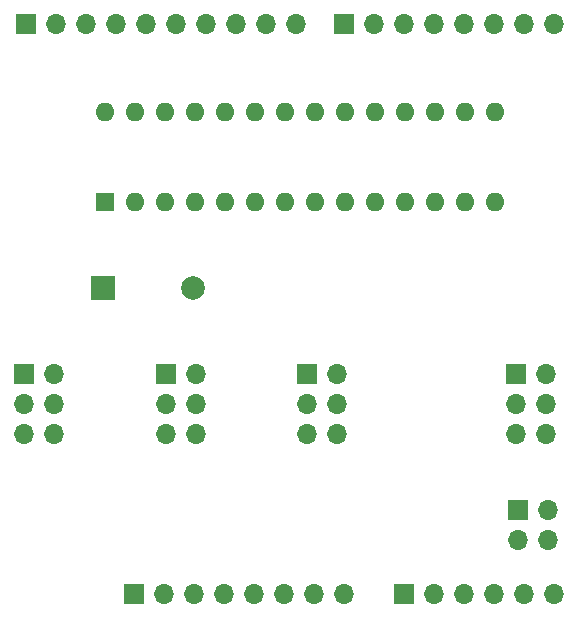
<source format=gbr>
G04 #@! TF.GenerationSoftware,KiCad,Pcbnew,(5.0.0)*
G04 #@! TF.CreationDate,2018-09-03T12:55:52-05:00*
G04 #@! TF.ProjectId,YAPS_Arduino_Shield_AVR,594150535F41726475696E6F5F536869,1.0*
G04 #@! TF.SameCoordinates,Original*
G04 #@! TF.FileFunction,Soldermask,Bot*
G04 #@! TF.FilePolarity,Negative*
%FSLAX46Y46*%
G04 Gerber Fmt 4.6, Leading zero omitted, Abs format (unit mm)*
G04 Created by KiCad (PCBNEW (5.0.0)) date 09/03/18 12:55:52*
%MOMM*%
%LPD*%
G01*
G04 APERTURE LIST*
%ADD10O,1.700000X1.700000*%
%ADD11R,1.700000X1.700000*%
%ADD12R,2.000000X2.000000*%
%ADD13C,2.000000*%
%ADD14R,1.600000X1.600000*%
%ADD15O,1.600000X1.600000*%
G04 APERTURE END LIST*
D10*
G04 #@! TO.C,J3*
X144183000Y-110252000D03*
X141643000Y-110252000D03*
X144183000Y-107712000D03*
X141643000Y-107712000D03*
X144183000Y-105172000D03*
D11*
X141643000Y-105172000D03*
G04 #@! TD*
G04 #@! TO.C,J2*
X129644000Y-105172000D03*
D10*
X132184000Y-105172000D03*
X129644000Y-107712000D03*
X132184000Y-107712000D03*
X129644000Y-110252000D03*
X132184000Y-110252000D03*
G04 #@! TD*
G04 #@! TO.C,J4*
X156182000Y-110252000D03*
X153642000Y-110252000D03*
X156182000Y-107712000D03*
X153642000Y-107712000D03*
X156182000Y-105172000D03*
D11*
X153642000Y-105172000D03*
G04 #@! TD*
G04 #@! TO.C,J1*
X171348000Y-105172000D03*
D10*
X173888000Y-105172000D03*
X171348000Y-107712000D03*
X173888000Y-107712000D03*
X171348000Y-110252000D03*
X173888000Y-110252000D03*
G04 #@! TD*
G04 #@! TO.C,P4*
X174498000Y-75565000D03*
X171958000Y-75565000D03*
X169418000Y-75565000D03*
X166878000Y-75565000D03*
X164338000Y-75565000D03*
X161798000Y-75565000D03*
X159258000Y-75565000D03*
D11*
X156718000Y-75565000D03*
G04 #@! TD*
D10*
G04 #@! TO.C,P3*
X152654000Y-75565000D03*
X150114000Y-75565000D03*
X147574000Y-75565000D03*
X145034000Y-75565000D03*
X142494000Y-75565000D03*
X139954000Y-75565000D03*
X137414000Y-75565000D03*
X134874000Y-75565000D03*
X132334000Y-75565000D03*
D11*
X129794000Y-75565000D03*
G04 #@! TD*
D10*
G04 #@! TO.C,P2*
X174498000Y-123825000D03*
X171958000Y-123825000D03*
X169418000Y-123825000D03*
X166878000Y-123825000D03*
X164338000Y-123825000D03*
D11*
X161798000Y-123825000D03*
G04 #@! TD*
D10*
G04 #@! TO.C,P1*
X156718000Y-123825000D03*
X154178000Y-123825000D03*
X151638000Y-123825000D03*
X149098000Y-123825000D03*
X146558000Y-123825000D03*
X144018000Y-123825000D03*
X141478000Y-123825000D03*
D11*
X138938000Y-123825000D03*
G04 #@! TD*
D12*
G04 #@! TO.C,BZ1*
X136375000Y-97858600D03*
D13*
X143975000Y-97858600D03*
G04 #@! TD*
D14*
G04 #@! TO.C,J5*
X136520000Y-90612000D03*
D15*
X169540000Y-82992000D03*
X139060000Y-90612000D03*
X167000000Y-82992000D03*
X141600000Y-90612000D03*
X164460000Y-82992000D03*
X144140000Y-90612000D03*
X161920000Y-82992000D03*
X146680000Y-90612000D03*
X159380000Y-82992000D03*
X149220000Y-90612000D03*
X156840000Y-82992000D03*
X151760000Y-90612000D03*
X154300000Y-82992000D03*
X154300000Y-90612000D03*
X151760000Y-82992000D03*
X156840000Y-90612000D03*
X149220000Y-82992000D03*
X159380000Y-90612000D03*
X146680000Y-82992000D03*
X161920000Y-90612000D03*
X144140000Y-82992000D03*
X164460000Y-90612000D03*
X141600000Y-82992000D03*
X167000000Y-90612000D03*
X139060000Y-82992000D03*
X169540000Y-90612000D03*
X136520000Y-82992000D03*
G04 #@! TD*
D11*
G04 #@! TO.C,J6*
X171478000Y-116683000D03*
D10*
X174018000Y-116683000D03*
X171478000Y-119223000D03*
X174018000Y-119223000D03*
G04 #@! TD*
M02*

</source>
